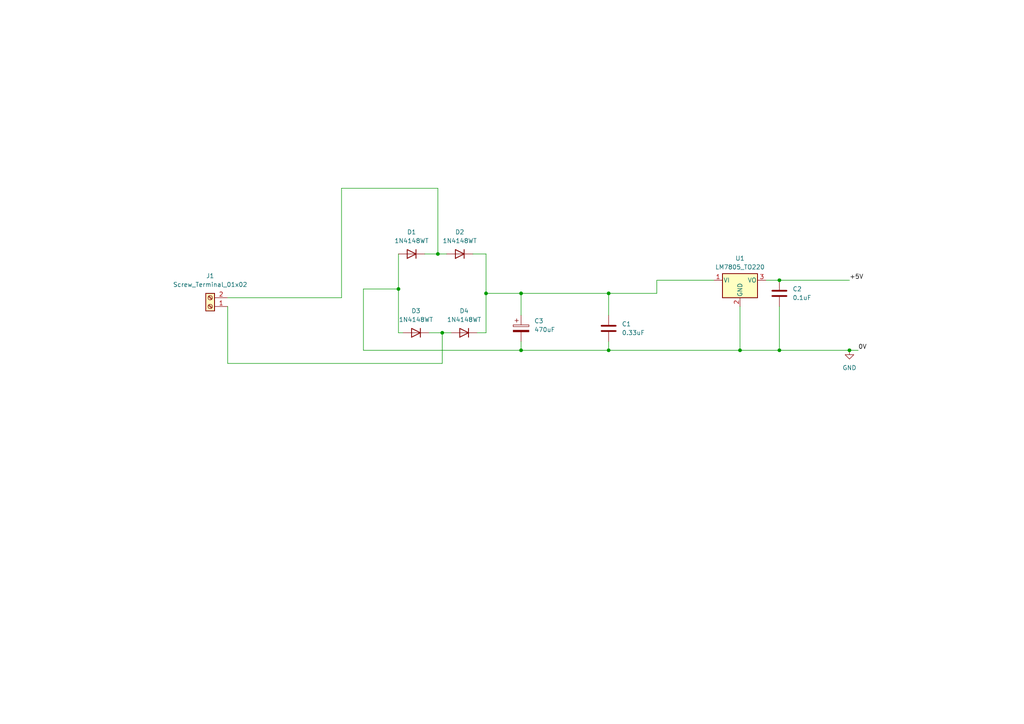
<source format=kicad_sch>
(kicad_sch
	(version 20250114)
	(generator "eeschema")
	(generator_version "9.0")
	(uuid "d2583d54-d566-483d-b76b-e68dc4f204ba")
	(paper "A4")
	(lib_symbols
		(symbol "Connector:Screw_Terminal_01x02"
			(pin_names
				(offset 1.016)
				(hide yes)
			)
			(exclude_from_sim no)
			(in_bom yes)
			(on_board yes)
			(property "Reference" "J"
				(at 0 2.54 0)
				(effects
					(font
						(size 1.27 1.27)
					)
				)
			)
			(property "Value" "Screw_Terminal_01x02"
				(at 0 -5.08 0)
				(effects
					(font
						(size 1.27 1.27)
					)
				)
			)
			(property "Footprint" ""
				(at 0 0 0)
				(effects
					(font
						(size 1.27 1.27)
					)
					(hide yes)
				)
			)
			(property "Datasheet" "~"
				(at 0 0 0)
				(effects
					(font
						(size 1.27 1.27)
					)
					(hide yes)
				)
			)
			(property "Description" "Generic screw terminal, single row, 01x02, script generated (kicad-library-utils/schlib/autogen/connector/)"
				(at 0 0 0)
				(effects
					(font
						(size 1.27 1.27)
					)
					(hide yes)
				)
			)
			(property "ki_keywords" "screw terminal"
				(at 0 0 0)
				(effects
					(font
						(size 1.27 1.27)
					)
					(hide yes)
				)
			)
			(property "ki_fp_filters" "TerminalBlock*:*"
				(at 0 0 0)
				(effects
					(font
						(size 1.27 1.27)
					)
					(hide yes)
				)
			)
			(symbol "Screw_Terminal_01x02_1_1"
				(rectangle
					(start -1.27 1.27)
					(end 1.27 -3.81)
					(stroke
						(width 0.254)
						(type default)
					)
					(fill
						(type background)
					)
				)
				(polyline
					(pts
						(xy -0.5334 0.3302) (xy 0.3302 -0.508)
					)
					(stroke
						(width 0.1524)
						(type default)
					)
					(fill
						(type none)
					)
				)
				(polyline
					(pts
						(xy -0.5334 -2.2098) (xy 0.3302 -3.048)
					)
					(stroke
						(width 0.1524)
						(type default)
					)
					(fill
						(type none)
					)
				)
				(polyline
					(pts
						(xy -0.3556 0.508) (xy 0.508 -0.3302)
					)
					(stroke
						(width 0.1524)
						(type default)
					)
					(fill
						(type none)
					)
				)
				(polyline
					(pts
						(xy -0.3556 -2.032) (xy 0.508 -2.8702)
					)
					(stroke
						(width 0.1524)
						(type default)
					)
					(fill
						(type none)
					)
				)
				(circle
					(center 0 0)
					(radius 0.635)
					(stroke
						(width 0.1524)
						(type default)
					)
					(fill
						(type none)
					)
				)
				(circle
					(center 0 -2.54)
					(radius 0.635)
					(stroke
						(width 0.1524)
						(type default)
					)
					(fill
						(type none)
					)
				)
				(pin passive line
					(at -5.08 0 0)
					(length 3.81)
					(name "Pin_1"
						(effects
							(font
								(size 1.27 1.27)
							)
						)
					)
					(number "1"
						(effects
							(font
								(size 1.27 1.27)
							)
						)
					)
				)
				(pin passive line
					(at -5.08 -2.54 0)
					(length 3.81)
					(name "Pin_2"
						(effects
							(font
								(size 1.27 1.27)
							)
						)
					)
					(number "2"
						(effects
							(font
								(size 1.27 1.27)
							)
						)
					)
				)
			)
			(embedded_fonts no)
		)
		(symbol "Device:C"
			(pin_numbers
				(hide yes)
			)
			(pin_names
				(offset 0.254)
			)
			(exclude_from_sim no)
			(in_bom yes)
			(on_board yes)
			(property "Reference" "C"
				(at 0.635 2.54 0)
				(effects
					(font
						(size 1.27 1.27)
					)
					(justify left)
				)
			)
			(property "Value" "C"
				(at 0.635 -2.54 0)
				(effects
					(font
						(size 1.27 1.27)
					)
					(justify left)
				)
			)
			(property "Footprint" ""
				(at 0.9652 -3.81 0)
				(effects
					(font
						(size 1.27 1.27)
					)
					(hide yes)
				)
			)
			(property "Datasheet" "~"
				(at 0 0 0)
				(effects
					(font
						(size 1.27 1.27)
					)
					(hide yes)
				)
			)
			(property "Description" "Unpolarized capacitor"
				(at 0 0 0)
				(effects
					(font
						(size 1.27 1.27)
					)
					(hide yes)
				)
			)
			(property "ki_keywords" "cap capacitor"
				(at 0 0 0)
				(effects
					(font
						(size 1.27 1.27)
					)
					(hide yes)
				)
			)
			(property "ki_fp_filters" "C_*"
				(at 0 0 0)
				(effects
					(font
						(size 1.27 1.27)
					)
					(hide yes)
				)
			)
			(symbol "C_0_1"
				(polyline
					(pts
						(xy -2.032 0.762) (xy 2.032 0.762)
					)
					(stroke
						(width 0.508)
						(type default)
					)
					(fill
						(type none)
					)
				)
				(polyline
					(pts
						(xy -2.032 -0.762) (xy 2.032 -0.762)
					)
					(stroke
						(width 0.508)
						(type default)
					)
					(fill
						(type none)
					)
				)
			)
			(symbol "C_1_1"
				(pin passive line
					(at 0 3.81 270)
					(length 2.794)
					(name "~"
						(effects
							(font
								(size 1.27 1.27)
							)
						)
					)
					(number "1"
						(effects
							(font
								(size 1.27 1.27)
							)
						)
					)
				)
				(pin passive line
					(at 0 -3.81 90)
					(length 2.794)
					(name "~"
						(effects
							(font
								(size 1.27 1.27)
							)
						)
					)
					(number "2"
						(effects
							(font
								(size 1.27 1.27)
							)
						)
					)
				)
			)
			(embedded_fonts no)
		)
		(symbol "Device:C_Polarized"
			(pin_numbers
				(hide yes)
			)
			(pin_names
				(offset 0.254)
			)
			(exclude_from_sim no)
			(in_bom yes)
			(on_board yes)
			(property "Reference" "C"
				(at 0.635 2.54 0)
				(effects
					(font
						(size 1.27 1.27)
					)
					(justify left)
				)
			)
			(property "Value" "C_Polarized"
				(at 0.635 -2.54 0)
				(effects
					(font
						(size 1.27 1.27)
					)
					(justify left)
				)
			)
			(property "Footprint" ""
				(at 0.9652 -3.81 0)
				(effects
					(font
						(size 1.27 1.27)
					)
					(hide yes)
				)
			)
			(property "Datasheet" "~"
				(at 0 0 0)
				(effects
					(font
						(size 1.27 1.27)
					)
					(hide yes)
				)
			)
			(property "Description" "Polarized capacitor"
				(at 0 0 0)
				(effects
					(font
						(size 1.27 1.27)
					)
					(hide yes)
				)
			)
			(property "ki_keywords" "cap capacitor"
				(at 0 0 0)
				(effects
					(font
						(size 1.27 1.27)
					)
					(hide yes)
				)
			)
			(property "ki_fp_filters" "CP_*"
				(at 0 0 0)
				(effects
					(font
						(size 1.27 1.27)
					)
					(hide yes)
				)
			)
			(symbol "C_Polarized_0_1"
				(rectangle
					(start -2.286 0.508)
					(end 2.286 1.016)
					(stroke
						(width 0)
						(type default)
					)
					(fill
						(type none)
					)
				)
				(polyline
					(pts
						(xy -1.778 2.286) (xy -0.762 2.286)
					)
					(stroke
						(width 0)
						(type default)
					)
					(fill
						(type none)
					)
				)
				(polyline
					(pts
						(xy -1.27 2.794) (xy -1.27 1.778)
					)
					(stroke
						(width 0)
						(type default)
					)
					(fill
						(type none)
					)
				)
				(rectangle
					(start 2.286 -0.508)
					(end -2.286 -1.016)
					(stroke
						(width 0)
						(type default)
					)
					(fill
						(type outline)
					)
				)
			)
			(symbol "C_Polarized_1_1"
				(pin passive line
					(at 0 3.81 270)
					(length 2.794)
					(name "~"
						(effects
							(font
								(size 1.27 1.27)
							)
						)
					)
					(number "1"
						(effects
							(font
								(size 1.27 1.27)
							)
						)
					)
				)
				(pin passive line
					(at 0 -3.81 90)
					(length 2.794)
					(name "~"
						(effects
							(font
								(size 1.27 1.27)
							)
						)
					)
					(number "2"
						(effects
							(font
								(size 1.27 1.27)
							)
						)
					)
				)
			)
			(embedded_fonts no)
		)
		(symbol "Diode:1N4148WT"
			(pin_numbers
				(hide yes)
			)
			(pin_names
				(hide yes)
			)
			(exclude_from_sim no)
			(in_bom yes)
			(on_board yes)
			(property "Reference" "D"
				(at 0 2.54 0)
				(effects
					(font
						(size 1.27 1.27)
					)
				)
			)
			(property "Value" "1N4148WT"
				(at 0 -2.54 0)
				(effects
					(font
						(size 1.27 1.27)
					)
				)
			)
			(property "Footprint" "Diode_SMD:D_SOD-523"
				(at 0 -4.445 0)
				(effects
					(font
						(size 1.27 1.27)
					)
					(hide yes)
				)
			)
			(property "Datasheet" "https://www.diodes.com/assets/Datasheets/ds30396.pdf"
				(at 0 0 0)
				(effects
					(font
						(size 1.27 1.27)
					)
					(hide yes)
				)
			)
			(property "Description" "75V 0.15A Fast switching Diode, SOD-523"
				(at 0 0 0)
				(effects
					(font
						(size 1.27 1.27)
					)
					(hide yes)
				)
			)
			(property "Sim.Device" "D"
				(at 0 0 0)
				(effects
					(font
						(size 1.27 1.27)
					)
					(hide yes)
				)
			)
			(property "Sim.Pins" "1=K 2=A"
				(at 0 0 0)
				(effects
					(font
						(size 1.27 1.27)
					)
					(hide yes)
				)
			)
			(property "ki_keywords" "diode"
				(at 0 0 0)
				(effects
					(font
						(size 1.27 1.27)
					)
					(hide yes)
				)
			)
			(property "ki_fp_filters" "D*SOD?523*"
				(at 0 0 0)
				(effects
					(font
						(size 1.27 1.27)
					)
					(hide yes)
				)
			)
			(symbol "1N4148WT_0_1"
				(polyline
					(pts
						(xy -1.27 1.27) (xy -1.27 -1.27)
					)
					(stroke
						(width 0.254)
						(type default)
					)
					(fill
						(type none)
					)
				)
				(polyline
					(pts
						(xy 1.27 1.27) (xy 1.27 -1.27) (xy -1.27 0) (xy 1.27 1.27)
					)
					(stroke
						(width 0.254)
						(type default)
					)
					(fill
						(type none)
					)
				)
				(polyline
					(pts
						(xy 1.27 0) (xy -1.27 0)
					)
					(stroke
						(width 0)
						(type default)
					)
					(fill
						(type none)
					)
				)
			)
			(symbol "1N4148WT_1_1"
				(pin passive line
					(at -3.81 0 0)
					(length 2.54)
					(name "K"
						(effects
							(font
								(size 1.27 1.27)
							)
						)
					)
					(number "1"
						(effects
							(font
								(size 1.27 1.27)
							)
						)
					)
				)
				(pin passive line
					(at 3.81 0 180)
					(length 2.54)
					(name "A"
						(effects
							(font
								(size 1.27 1.27)
							)
						)
					)
					(number "2"
						(effects
							(font
								(size 1.27 1.27)
							)
						)
					)
				)
			)
			(embedded_fonts no)
		)
		(symbol "Regulator_Linear:LM7805_TO220"
			(pin_names
				(offset 0.254)
			)
			(exclude_from_sim no)
			(in_bom yes)
			(on_board yes)
			(property "Reference" "U"
				(at -3.81 3.175 0)
				(effects
					(font
						(size 1.27 1.27)
					)
				)
			)
			(property "Value" "LM7805_TO220"
				(at 0 3.175 0)
				(effects
					(font
						(size 1.27 1.27)
					)
					(justify left)
				)
			)
			(property "Footprint" "Package_TO_SOT_THT:TO-220-3_Vertical"
				(at 0 5.715 0)
				(effects
					(font
						(size 1.27 1.27)
						(italic yes)
					)
					(hide yes)
				)
			)
			(property "Datasheet" "https://www.onsemi.cn/PowerSolutions/document/MC7800-D.PDF"
				(at 0 -1.27 0)
				(effects
					(font
						(size 1.27 1.27)
					)
					(hide yes)
				)
			)
			(property "Description" "Positive 1A 35V Linear Regulator, Fixed Output 5V, TO-220"
				(at 0 0 0)
				(effects
					(font
						(size 1.27 1.27)
					)
					(hide yes)
				)
			)
			(property "ki_keywords" "Voltage Regulator 1A Positive"
				(at 0 0 0)
				(effects
					(font
						(size 1.27 1.27)
					)
					(hide yes)
				)
			)
			(property "ki_fp_filters" "TO?220*"
				(at 0 0 0)
				(effects
					(font
						(size 1.27 1.27)
					)
					(hide yes)
				)
			)
			(symbol "LM7805_TO220_0_1"
				(rectangle
					(start -5.08 1.905)
					(end 5.08 -5.08)
					(stroke
						(width 0.254)
						(type default)
					)
					(fill
						(type background)
					)
				)
			)
			(symbol "LM7805_TO220_1_1"
				(pin power_in line
					(at -7.62 0 0)
					(length 2.54)
					(name "VI"
						(effects
							(font
								(size 1.27 1.27)
							)
						)
					)
					(number "1"
						(effects
							(font
								(size 1.27 1.27)
							)
						)
					)
				)
				(pin power_in line
					(at 0 -7.62 90)
					(length 2.54)
					(name "GND"
						(effects
							(font
								(size 1.27 1.27)
							)
						)
					)
					(number "2"
						(effects
							(font
								(size 1.27 1.27)
							)
						)
					)
				)
				(pin power_out line
					(at 7.62 0 180)
					(length 2.54)
					(name "VO"
						(effects
							(font
								(size 1.27 1.27)
							)
						)
					)
					(number "3"
						(effects
							(font
								(size 1.27 1.27)
							)
						)
					)
				)
			)
			(embedded_fonts no)
		)
		(symbol "power:GND"
			(power)
			(pin_numbers
				(hide yes)
			)
			(pin_names
				(offset 0)
				(hide yes)
			)
			(exclude_from_sim no)
			(in_bom yes)
			(on_board yes)
			(property "Reference" "#PWR"
				(at 0 -6.35 0)
				(effects
					(font
						(size 1.27 1.27)
					)
					(hide yes)
				)
			)
			(property "Value" "GND"
				(at 0 -3.81 0)
				(effects
					(font
						(size 1.27 1.27)
					)
				)
			)
			(property "Footprint" ""
				(at 0 0 0)
				(effects
					(font
						(size 1.27 1.27)
					)
					(hide yes)
				)
			)
			(property "Datasheet" ""
				(at 0 0 0)
				(effects
					(font
						(size 1.27 1.27)
					)
					(hide yes)
				)
			)
			(property "Description" "Power symbol creates a global label with name \"GND\" , ground"
				(at 0 0 0)
				(effects
					(font
						(size 1.27 1.27)
					)
					(hide yes)
				)
			)
			(property "ki_keywords" "global power"
				(at 0 0 0)
				(effects
					(font
						(size 1.27 1.27)
					)
					(hide yes)
				)
			)
			(symbol "GND_0_1"
				(polyline
					(pts
						(xy 0 0) (xy 0 -1.27) (xy 1.27 -1.27) (xy 0 -2.54) (xy -1.27 -1.27) (xy 0 -1.27)
					)
					(stroke
						(width 0)
						(type default)
					)
					(fill
						(type none)
					)
				)
			)
			(symbol "GND_1_1"
				(pin power_in line
					(at 0 0 270)
					(length 0)
					(name "~"
						(effects
							(font
								(size 1.27 1.27)
							)
						)
					)
					(number "1"
						(effects
							(font
								(size 1.27 1.27)
							)
						)
					)
				)
			)
			(embedded_fonts no)
		)
	)
	(junction
		(at 176.53 85.09)
		(diameter 0)
		(color 0 0 0 0)
		(uuid "04075a37-9df8-4ee9-bf40-cf2cfb3cabbe")
	)
	(junction
		(at 140.97 85.09)
		(diameter 0)
		(color 0 0 0 0)
		(uuid "1cf6b069-873c-4647-9964-e1ec548fdded")
	)
	(junction
		(at 214.63 101.6)
		(diameter 0)
		(color 0 0 0 0)
		(uuid "28a2c555-5bf4-4ac1-9172-1c6924acf82a")
	)
	(junction
		(at 246.38 101.6)
		(diameter 0)
		(color 0 0 0 0)
		(uuid "65697966-9d9d-4ce3-9053-0697cfe7e6bb")
	)
	(junction
		(at 226.06 81.28)
		(diameter 0)
		(color 0 0 0 0)
		(uuid "6bcb8ec9-c419-4c93-8f86-2feb297cee91")
	)
	(junction
		(at 127 73.66)
		(diameter 0)
		(color 0 0 0 0)
		(uuid "80d55d0a-2cc9-48e3-88fa-8c3c4d946895")
	)
	(junction
		(at 151.13 85.09)
		(diameter 0)
		(color 0 0 0 0)
		(uuid "9374ca8f-781a-4450-871f-b3d17def05f1")
	)
	(junction
		(at 128.27 96.52)
		(diameter 0)
		(color 0 0 0 0)
		(uuid "a0f8bd4e-d707-4233-bd79-04d8fa1e6197")
	)
	(junction
		(at 115.57 83.82)
		(diameter 0)
		(color 0 0 0 0)
		(uuid "a87a5ff7-56b0-4848-a75f-adb4139a9158")
	)
	(junction
		(at 226.06 101.6)
		(diameter 0)
		(color 0 0 0 0)
		(uuid "b4333bbc-6aa3-4ad3-9703-955bb33be101")
	)
	(junction
		(at 176.53 101.6)
		(diameter 0)
		(color 0 0 0 0)
		(uuid "de4fcc3d-d787-4e4d-bee1-f992ec8beffd")
	)
	(junction
		(at 151.13 101.6)
		(diameter 0)
		(color 0 0 0 0)
		(uuid "e094eaa4-6c8a-4d96-8290-bc645bfd0135")
	)
	(wire
		(pts
			(xy 246.38 101.6) (xy 248.92 101.6)
		)
		(stroke
			(width 0)
			(type default)
		)
		(uuid "000cb30d-92a3-48d6-9ecc-bd29f2317cd7")
	)
	(wire
		(pts
			(xy 140.97 85.09) (xy 151.13 85.09)
		)
		(stroke
			(width 0)
			(type default)
		)
		(uuid "32280617-c397-4ffd-a8a9-230ae1396d76")
	)
	(wire
		(pts
			(xy 123.19 73.66) (xy 127 73.66)
		)
		(stroke
			(width 0)
			(type default)
		)
		(uuid "39942ed4-d612-446a-acc4-0c9cc8985b16")
	)
	(wire
		(pts
			(xy 66.04 88.9) (xy 66.04 105.41)
		)
		(stroke
			(width 0)
			(type default)
		)
		(uuid "3a3f17c4-f0b2-4031-a518-e7b296c5a33a")
	)
	(wire
		(pts
			(xy 190.5 85.09) (xy 190.5 81.28)
		)
		(stroke
			(width 0)
			(type default)
		)
		(uuid "3c26e628-b3b2-427a-885e-292948aa8c17")
	)
	(wire
		(pts
			(xy 66.04 86.36) (xy 99.06 86.36)
		)
		(stroke
			(width 0)
			(type default)
		)
		(uuid "3dfd93b7-b4b4-4cb9-8a99-686ba5bfc1cf")
	)
	(wire
		(pts
			(xy 105.41 83.82) (xy 105.41 101.6)
		)
		(stroke
			(width 0)
			(type default)
		)
		(uuid "4d5bf1fe-ff31-4ad7-bcfb-b51d2a2414e6")
	)
	(wire
		(pts
			(xy 151.13 85.09) (xy 176.53 85.09)
		)
		(stroke
			(width 0)
			(type default)
		)
		(uuid "4d8086e7-aa0b-4fcf-a860-8ce4041fe1f8")
	)
	(wire
		(pts
			(xy 115.57 73.66) (xy 115.57 83.82)
		)
		(stroke
			(width 0)
			(type default)
		)
		(uuid "5318a9df-1b50-4368-88a9-9734ed2803fe")
	)
	(wire
		(pts
			(xy 226.06 88.9) (xy 226.06 101.6)
		)
		(stroke
			(width 0)
			(type default)
		)
		(uuid "563dc32d-3609-4b66-9585-f3c00378ea0f")
	)
	(wire
		(pts
			(xy 124.46 96.52) (xy 128.27 96.52)
		)
		(stroke
			(width 0)
			(type default)
		)
		(uuid "595518a2-5bbe-4c50-9ec6-a2998481ffb2")
	)
	(wire
		(pts
			(xy 140.97 85.09) (xy 140.97 73.66)
		)
		(stroke
			(width 0)
			(type default)
		)
		(uuid "60e58534-a5e3-4f74-ae9f-a2c49700c98e")
	)
	(wire
		(pts
			(xy 127 73.66) (xy 129.54 73.66)
		)
		(stroke
			(width 0)
			(type default)
		)
		(uuid "6199cd5f-0a86-4e95-ae56-d6ef1c11ef54")
	)
	(wire
		(pts
			(xy 66.04 105.41) (xy 128.27 105.41)
		)
		(stroke
			(width 0)
			(type default)
		)
		(uuid "61c1b9a5-fe58-4783-bc16-9c8fc86a4d54")
	)
	(wire
		(pts
			(xy 140.97 96.52) (xy 140.97 85.09)
		)
		(stroke
			(width 0)
			(type default)
		)
		(uuid "66bb5bb4-5c23-4f9d-bff4-81760492a620")
	)
	(wire
		(pts
			(xy 176.53 85.09) (xy 190.5 85.09)
		)
		(stroke
			(width 0)
			(type default)
		)
		(uuid "6c45bac9-61ae-44a1-a760-b9923055f929")
	)
	(wire
		(pts
			(xy 176.53 85.09) (xy 176.53 91.44)
		)
		(stroke
			(width 0)
			(type default)
		)
		(uuid "6d1795de-fcdb-43be-aa89-6c732283cf0d")
	)
	(wire
		(pts
			(xy 128.27 96.52) (xy 130.81 96.52)
		)
		(stroke
			(width 0)
			(type default)
		)
		(uuid "70492af8-ad1c-4442-a8de-bea6e639e03e")
	)
	(wire
		(pts
			(xy 151.13 101.6) (xy 176.53 101.6)
		)
		(stroke
			(width 0)
			(type default)
		)
		(uuid "7e69998c-9437-43d6-b04f-cc833ee81b9b")
	)
	(wire
		(pts
			(xy 128.27 96.52) (xy 128.27 105.41)
		)
		(stroke
			(width 0)
			(type default)
		)
		(uuid "7f94abfd-af56-470d-9a60-ad3c51f45a2f")
	)
	(wire
		(pts
			(xy 115.57 96.52) (xy 116.84 96.52)
		)
		(stroke
			(width 0)
			(type default)
		)
		(uuid "81e1bc8c-f7c8-437b-ab3f-78e2d392edcf")
	)
	(wire
		(pts
			(xy 222.25 81.28) (xy 226.06 81.28)
		)
		(stroke
			(width 0)
			(type default)
		)
		(uuid "84f90c50-6a36-4ed7-9eae-3dadcbb11104")
	)
	(wire
		(pts
			(xy 176.53 101.6) (xy 214.63 101.6)
		)
		(stroke
			(width 0)
			(type default)
		)
		(uuid "85fb5317-abef-40b7-ac6c-cbe45452871e")
	)
	(wire
		(pts
			(xy 115.57 83.82) (xy 105.41 83.82)
		)
		(stroke
			(width 0)
			(type default)
		)
		(uuid "87a6fe83-b1de-4715-a8d3-b66993a72798")
	)
	(wire
		(pts
			(xy 115.57 83.82) (xy 115.57 96.52)
		)
		(stroke
			(width 0)
			(type default)
		)
		(uuid "939951a4-ba52-4aa5-98e4-b9bc2e92b62b")
	)
	(wire
		(pts
			(xy 127 73.66) (xy 127 54.61)
		)
		(stroke
			(width 0)
			(type default)
		)
		(uuid "98e302be-1862-40d0-9c99-5789b5b64171")
	)
	(wire
		(pts
			(xy 140.97 73.66) (xy 137.16 73.66)
		)
		(stroke
			(width 0)
			(type default)
		)
		(uuid "a0f19db3-aacd-4460-ac67-7f6a30a6ae5b")
	)
	(wire
		(pts
			(xy 226.06 81.28) (xy 246.38 81.28)
		)
		(stroke
			(width 0)
			(type default)
		)
		(uuid "a1651fe7-073a-4c78-9a09-9943d93c3f1c")
	)
	(wire
		(pts
			(xy 214.63 88.9) (xy 214.63 101.6)
		)
		(stroke
			(width 0)
			(type default)
		)
		(uuid "a95f5e0e-00bf-4488-8e4b-76811000ce6c")
	)
	(wire
		(pts
			(xy 105.41 101.6) (xy 151.13 101.6)
		)
		(stroke
			(width 0)
			(type default)
		)
		(uuid "bda58608-1a1e-4b67-aa81-616ba454ce0e")
	)
	(wire
		(pts
			(xy 138.43 96.52) (xy 140.97 96.52)
		)
		(stroke
			(width 0)
			(type default)
		)
		(uuid "c1284afb-382d-40fc-a9bb-e6f853f60968")
	)
	(wire
		(pts
			(xy 226.06 101.6) (xy 246.38 101.6)
		)
		(stroke
			(width 0)
			(type default)
		)
		(uuid "c6e0a28e-ad86-4aeb-b6f1-7fec9311fff5")
	)
	(wire
		(pts
			(xy 99.06 86.36) (xy 99.06 54.61)
		)
		(stroke
			(width 0)
			(type default)
		)
		(uuid "c8d7c7b3-6ba1-4944-8e2d-727dfe23b3fa")
	)
	(wire
		(pts
			(xy 151.13 85.09) (xy 151.13 91.44)
		)
		(stroke
			(width 0)
			(type default)
		)
		(uuid "cd3a4dcd-b1e4-4d59-871a-724f8acb1058")
	)
	(wire
		(pts
			(xy 214.63 101.6) (xy 226.06 101.6)
		)
		(stroke
			(width 0)
			(type default)
		)
		(uuid "decf1a95-ef31-4a55-8364-336d44535048")
	)
	(wire
		(pts
			(xy 99.06 54.61) (xy 127 54.61)
		)
		(stroke
			(width 0)
			(type default)
		)
		(uuid "e66e80db-1157-45bb-9948-8da7ad56736e")
	)
	(wire
		(pts
			(xy 176.53 99.06) (xy 176.53 101.6)
		)
		(stroke
			(width 0)
			(type default)
		)
		(uuid "e90ae6dc-56d0-459f-9ddd-8ef291cd9355")
	)
	(wire
		(pts
			(xy 190.5 81.28) (xy 207.01 81.28)
		)
		(stroke
			(width 0)
			(type default)
		)
		(uuid "f0ea14ca-f121-48e6-8da7-8703b9c60635")
	)
	(wire
		(pts
			(xy 151.13 99.06) (xy 151.13 101.6)
		)
		(stroke
			(width 0)
			(type default)
		)
		(uuid "fef69f8d-bbae-448c-8445-b07c7d41fb2c")
	)
	(label "0V"
		(at 248.92 101.6 0)
		(effects
			(font
				(size 1.27 1.27)
			)
			(justify left bottom)
		)
		(uuid "7e0abf90-46c9-4c08-9be0-66ddd3c160b5")
	)
	(label "+5V"
		(at 246.38 81.28 0)
		(effects
			(font
				(size 1.27 1.27)
			)
			(justify left bottom)
		)
		(uuid "907608b2-273d-4ebc-985c-8d100465b9ea")
	)
	(symbol
		(lib_id "Diode:1N4148WT")
		(at 133.35 73.66 180)
		(unit 1)
		(exclude_from_sim no)
		(in_bom yes)
		(on_board yes)
		(dnp no)
		(fields_autoplaced yes)
		(uuid "0c331ce4-d575-4e46-982d-e5faf5b12102")
		(property "Reference" "D2"
			(at 133.35 67.31 0)
			(effects
				(font
					(size 1.27 1.27)
				)
			)
		)
		(property "Value" "1N4148WT"
			(at 133.35 69.85 0)
			(effects
				(font
					(size 1.27 1.27)
				)
			)
		)
		(property "Footprint" "Diode_SMD:D_SOD-523"
			(at 133.35 69.215 0)
			(effects
				(font
					(size 1.27 1.27)
				)
				(hide yes)
			)
		)
		(property "Datasheet" "https://www.diodes.com/assets/Datasheets/ds30396.pdf"
			(at 133.35 73.66 0)
			(effects
				(font
					(size 1.27 1.27)
				)
				(hide yes)
			)
		)
		(property "Description" "75V 0.15A Fast switching Diode, SOD-523"
			(at 133.35 73.66 0)
			(effects
				(font
					(size 1.27 1.27)
				)
				(hide yes)
			)
		)
		(property "Sim.Device" "D"
			(at 133.35 73.66 0)
			(effects
				(font
					(size 1.27 1.27)
				)
				(hide yes)
			)
		)
		(property "Sim.Pins" "1=K 2=A"
			(at 133.35 73.66 0)
			(effects
				(font
					(size 1.27 1.27)
				)
				(hide yes)
			)
		)
		(pin "2"
			(uuid "867da81f-ae7d-4e17-a8da-d1ffddeefb6a")
		)
		(pin "1"
			(uuid "2c358309-3847-4850-b899-414bb0622256")
		)
		(instances
			(project ""
				(path "/d2583d54-d566-483d-b76b-e68dc4f204ba"
					(reference "D2")
					(unit 1)
				)
			)
		)
	)
	(symbol
		(lib_id "Device:C_Polarized")
		(at 151.13 95.25 0)
		(unit 1)
		(exclude_from_sim no)
		(in_bom yes)
		(on_board yes)
		(dnp no)
		(fields_autoplaced yes)
		(uuid "514bd3df-8da7-4ae2-9963-bb59c4e8e5fc")
		(property "Reference" "C3"
			(at 154.94 93.0909 0)
			(effects
				(font
					(size 1.27 1.27)
				)
				(justify left)
			)
		)
		(property "Value" "470uF"
			(at 154.94 95.6309 0)
			(effects
				(font
					(size 1.27 1.27)
				)
				(justify left)
			)
		)
		(property "Footprint" ""
			(at 152.0952 99.06 0)
			(effects
				(font
					(size 1.27 1.27)
				)
				(hide yes)
			)
		)
		(property "Datasheet" "~"
			(at 151.13 95.25 0)
			(effects
				(font
					(size 1.27 1.27)
				)
				(hide yes)
			)
		)
		(property "Description" "Polarized capacitor"
			(at 151.13 95.25 0)
			(effects
				(font
					(size 1.27 1.27)
				)
				(hide yes)
			)
		)
		(pin "2"
			(uuid "84415f42-92ff-4db7-bdc1-9a10e5cad68a")
		)
		(pin "1"
			(uuid "c692c3d4-2e84-43b4-93f0-5ee9965fd9a6")
		)
		(instances
			(project ""
				(path "/d2583d54-d566-483d-b76b-e68dc4f204ba"
					(reference "C3")
					(unit 1)
				)
			)
		)
	)
	(symbol
		(lib_id "Device:C")
		(at 176.53 95.25 0)
		(unit 1)
		(exclude_from_sim no)
		(in_bom yes)
		(on_board yes)
		(dnp no)
		(fields_autoplaced yes)
		(uuid "62d21a19-b1e8-4ff6-9ed5-6303522e8bf6")
		(property "Reference" "C1"
			(at 180.34 93.9799 0)
			(effects
				(font
					(size 1.27 1.27)
				)
				(justify left)
			)
		)
		(property "Value" "0.33uF"
			(at 180.34 96.5199 0)
			(effects
				(font
					(size 1.27 1.27)
				)
				(justify left)
			)
		)
		(property "Footprint" ""
			(at 177.4952 99.06 0)
			(effects
				(font
					(size 1.27 1.27)
				)
				(hide yes)
			)
		)
		(property "Datasheet" "~"
			(at 176.53 95.25 0)
			(effects
				(font
					(size 1.27 1.27)
				)
				(hide yes)
			)
		)
		(property "Description" "Unpolarized capacitor"
			(at 176.53 95.25 0)
			(effects
				(font
					(size 1.27 1.27)
				)
				(hide yes)
			)
		)
		(pin "1"
			(uuid "ce937bf7-c57c-4857-abb3-7a16388dbb82")
		)
		(pin "2"
			(uuid "59f7f824-4412-43b1-bdef-16f1a9dc5995")
		)
		(instances
			(project ""
				(path "/d2583d54-d566-483d-b76b-e68dc4f204ba"
					(reference "C1")
					(unit 1)
				)
			)
		)
	)
	(symbol
		(lib_id "Diode:1N4148WT")
		(at 134.62 96.52 180)
		(unit 1)
		(exclude_from_sim no)
		(in_bom yes)
		(on_board yes)
		(dnp no)
		(fields_autoplaced yes)
		(uuid "64d79868-1658-4577-9c7f-89df08913a4d")
		(property "Reference" "D4"
			(at 134.62 90.17 0)
			(effects
				(font
					(size 1.27 1.27)
				)
			)
		)
		(property "Value" "1N4148WT"
			(at 134.62 92.71 0)
			(effects
				(font
					(size 1.27 1.27)
				)
			)
		)
		(property "Footprint" "Diode_SMD:D_SOD-523"
			(at 134.62 92.075 0)
			(effects
				(font
					(size 1.27 1.27)
				)
				(hide yes)
			)
		)
		(property "Datasheet" "https://www.diodes.com/assets/Datasheets/ds30396.pdf"
			(at 134.62 96.52 0)
			(effects
				(font
					(size 1.27 1.27)
				)
				(hide yes)
			)
		)
		(property "Description" "75V 0.15A Fast switching Diode, SOD-523"
			(at 134.62 96.52 0)
			(effects
				(font
					(size 1.27 1.27)
				)
				(hide yes)
			)
		)
		(property "Sim.Device" "D"
			(at 134.62 96.52 0)
			(effects
				(font
					(size 1.27 1.27)
				)
				(hide yes)
			)
		)
		(property "Sim.Pins" "1=K 2=A"
			(at 134.62 96.52 0)
			(effects
				(font
					(size 1.27 1.27)
				)
				(hide yes)
			)
		)
		(pin "2"
			(uuid "46623a58-1996-4179-a654-62666038226b")
		)
		(pin "1"
			(uuid "9686ab23-272a-451d-90f4-989a0472af6b")
		)
		(instances
			(project ""
				(path "/d2583d54-d566-483d-b76b-e68dc4f204ba"
					(reference "D4")
					(unit 1)
				)
			)
		)
	)
	(symbol
		(lib_id "power:GND")
		(at 246.38 101.6 0)
		(unit 1)
		(exclude_from_sim no)
		(in_bom yes)
		(on_board yes)
		(dnp no)
		(fields_autoplaced yes)
		(uuid "703f49f1-4200-4b12-8285-3cd5b91437eb")
		(property "Reference" "#PWR01"
			(at 246.38 107.95 0)
			(effects
				(font
					(size 1.27 1.27)
				)
				(hide yes)
			)
		)
		(property "Value" "GND"
			(at 246.38 106.68 0)
			(effects
				(font
					(size 1.27 1.27)
				)
			)
		)
		(property "Footprint" ""
			(at 246.38 101.6 0)
			(effects
				(font
					(size 1.27 1.27)
				)
				(hide yes)
			)
		)
		(property "Datasheet" ""
			(at 246.38 101.6 0)
			(effects
				(font
					(size 1.27 1.27)
				)
				(hide yes)
			)
		)
		(property "Description" "Power symbol creates a global label with name \"GND\" , ground"
			(at 246.38 101.6 0)
			(effects
				(font
					(size 1.27 1.27)
				)
				(hide yes)
			)
		)
		(pin "1"
			(uuid "187fc4ac-f7f9-489e-8abd-f2e82df2876c")
		)
		(instances
			(project ""
				(path "/d2583d54-d566-483d-b76b-e68dc4f204ba"
					(reference "#PWR01")
					(unit 1)
				)
			)
		)
	)
	(symbol
		(lib_id "Regulator_Linear:LM7805_TO220")
		(at 214.63 81.28 0)
		(unit 1)
		(exclude_from_sim no)
		(in_bom yes)
		(on_board yes)
		(dnp no)
		(fields_autoplaced yes)
		(uuid "77f3bae2-21be-47d3-94d6-7bbc10de1ec9")
		(property "Reference" "U1"
			(at 214.63 74.93 0)
			(effects
				(font
					(size 1.27 1.27)
				)
			)
		)
		(property "Value" "LM7805_TO220"
			(at 214.63 77.47 0)
			(effects
				(font
					(size 1.27 1.27)
				)
			)
		)
		(property "Footprint" "Package_TO_SOT_THT:TO-220-3_Vertical"
			(at 214.63 75.565 0)
			(effects
				(font
					(size 1.27 1.27)
					(italic yes)
				)
				(hide yes)
			)
		)
		(property "Datasheet" "https://www.onsemi.cn/PowerSolutions/document/MC7800-D.PDF"
			(at 214.63 82.55 0)
			(effects
				(font
					(size 1.27 1.27)
				)
				(hide yes)
			)
		)
		(property "Description" "Positive 1A 35V Linear Regulator, Fixed Output 5V, TO-220"
			(at 214.63 81.28 0)
			(effects
				(font
					(size 1.27 1.27)
				)
				(hide yes)
			)
		)
		(pin "3"
			(uuid "0396c9a4-2f90-4764-9970-6b6b6f166131")
		)
		(pin "1"
			(uuid "982706f1-7e46-40ec-9ba8-8cb0d1f568bf")
		)
		(pin "2"
			(uuid "df1094aa-9f3c-439c-965c-b0b74b603a7c")
		)
		(instances
			(project ""
				(path "/d2583d54-d566-483d-b76b-e68dc4f204ba"
					(reference "U1")
					(unit 1)
				)
			)
		)
	)
	(symbol
		(lib_id "Diode:1N4148WT")
		(at 119.38 73.66 180)
		(unit 1)
		(exclude_from_sim no)
		(in_bom yes)
		(on_board yes)
		(dnp no)
		(fields_autoplaced yes)
		(uuid "78aba3dd-7857-432f-af6f-17597157b772")
		(property "Reference" "D1"
			(at 119.38 67.31 0)
			(effects
				(font
					(size 1.27 1.27)
				)
			)
		)
		(property "Value" "1N4148WT"
			(at 119.38 69.85 0)
			(effects
				(font
					(size 1.27 1.27)
				)
			)
		)
		(property "Footprint" "Diode_SMD:D_SOD-523"
			(at 119.38 69.215 0)
			(effects
				(font
					(size 1.27 1.27)
				)
				(hide yes)
			)
		)
		(property "Datasheet" "https://www.diodes.com/assets/Datasheets/ds30396.pdf"
			(at 119.38 73.66 0)
			(effects
				(font
					(size 1.27 1.27)
				)
				(hide yes)
			)
		)
		(property "Description" "75V 0.15A Fast switching Diode, SOD-523"
			(at 119.38 73.66 0)
			(effects
				(font
					(size 1.27 1.27)
				)
				(hide yes)
			)
		)
		(property "Sim.Device" "D"
			(at 119.38 73.66 0)
			(effects
				(font
					(size 1.27 1.27)
				)
				(hide yes)
			)
		)
		(property "Sim.Pins" "1=K 2=A"
			(at 119.38 73.66 0)
			(effects
				(font
					(size 1.27 1.27)
				)
				(hide yes)
			)
		)
		(pin "2"
			(uuid "b65bcdeb-93b3-4234-8c27-da1344bf7b4d")
		)
		(pin "1"
			(uuid "c9569ae4-af43-4f6f-98e0-a29f464000da")
		)
		(instances
			(project ""
				(path "/d2583d54-d566-483d-b76b-e68dc4f204ba"
					(reference "D1")
					(unit 1)
				)
			)
		)
	)
	(symbol
		(lib_id "Connector:Screw_Terminal_01x02")
		(at 60.96 88.9 180)
		(unit 1)
		(exclude_from_sim no)
		(in_bom yes)
		(on_board yes)
		(dnp no)
		(fields_autoplaced yes)
		(uuid "8f12d3b7-5d70-4528-8b13-c2957b976aec")
		(property "Reference" "J1"
			(at 60.96 80.01 0)
			(effects
				(font
					(size 1.27 1.27)
				)
			)
		)
		(property "Value" "Screw_Terminal_01x02"
			(at 60.96 82.55 0)
			(effects
				(font
					(size 1.27 1.27)
				)
			)
		)
		(property "Footprint" ""
			(at 60.96 88.9 0)
			(effects
				(font
					(size 1.27 1.27)
				)
				(hide yes)
			)
		)
		(property "Datasheet" "~"
			(at 60.96 88.9 0)
			(effects
				(font
					(size 1.27 1.27)
				)
				(hide yes)
			)
		)
		(property "Description" "Generic screw terminal, single row, 01x02, script generated (kicad-library-utils/schlib/autogen/connector/)"
			(at 60.96 88.9 0)
			(effects
				(font
					(size 1.27 1.27)
				)
				(hide yes)
			)
		)
		(pin "2"
			(uuid "769467dd-94bc-4399-b978-19aa7028dfc7")
		)
		(pin "1"
			(uuid "94f632f9-0ff1-4b5c-b6e0-815bbae4e542")
		)
		(instances
			(project ""
				(path "/d2583d54-d566-483d-b76b-e68dc4f204ba"
					(reference "J1")
					(unit 1)
				)
			)
		)
	)
	(symbol
		(lib_id "Diode:1N4148WT")
		(at 120.65 96.52 180)
		(unit 1)
		(exclude_from_sim no)
		(in_bom yes)
		(on_board yes)
		(dnp no)
		(fields_autoplaced yes)
		(uuid "ba7e31dc-4618-4dc5-9c6a-78219b6878da")
		(property "Reference" "D3"
			(at 120.65 90.17 0)
			(effects
				(font
					(size 1.27 1.27)
				)
			)
		)
		(property "Value" "1N4148WT"
			(at 120.65 92.71 0)
			(effects
				(font
					(size 1.27 1.27)
				)
			)
		)
		(property "Footprint" "Diode_SMD:D_SOD-523"
			(at 120.65 92.075 0)
			(effects
				(font
					(size 1.27 1.27)
				)
				(hide yes)
			)
		)
		(property "Datasheet" "https://www.diodes.com/assets/Datasheets/ds30396.pdf"
			(at 120.65 96.52 0)
			(effects
				(font
					(size 1.27 1.27)
				)
				(hide yes)
			)
		)
		(property "Description" "75V 0.15A Fast switching Diode, SOD-523"
			(at 120.65 96.52 0)
			(effects
				(font
					(size 1.27 1.27)
				)
				(hide yes)
			)
		)
		(property "Sim.Device" "D"
			(at 120.65 96.52 0)
			(effects
				(font
					(size 1.27 1.27)
				)
				(hide yes)
			)
		)
		(property "Sim.Pins" "1=K 2=A"
			(at 120.65 96.52 0)
			(effects
				(font
					(size 1.27 1.27)
				)
				(hide yes)
			)
		)
		(pin "1"
			(uuid "506ebf5d-0109-437c-b86e-34bab8c04289")
		)
		(pin "2"
			(uuid "45bd4377-29af-428b-bcf4-e95548916954")
		)
		(instances
			(project ""
				(path "/d2583d54-d566-483d-b76b-e68dc4f204ba"
					(reference "D3")
					(unit 1)
				)
			)
		)
	)
	(symbol
		(lib_id "Device:C")
		(at 226.06 85.09 0)
		(unit 1)
		(exclude_from_sim no)
		(in_bom yes)
		(on_board yes)
		(dnp no)
		(fields_autoplaced yes)
		(uuid "f49f78e9-d2ca-426f-9213-9502b0438f61")
		(property "Reference" "C2"
			(at 229.87 83.8199 0)
			(effects
				(font
					(size 1.27 1.27)
				)
				(justify left)
			)
		)
		(property "Value" "0.1uF"
			(at 229.87 86.3599 0)
			(effects
				(font
					(size 1.27 1.27)
				)
				(justify left)
			)
		)
		(property "Footprint" ""
			(at 227.0252 88.9 0)
			(effects
				(font
					(size 1.27 1.27)
				)
				(hide yes)
			)
		)
		(property "Datasheet" "~"
			(at 226.06 85.09 0)
			(effects
				(font
					(size 1.27 1.27)
				)
				(hide yes)
			)
		)
		(property "Description" "Unpolarized capacitor"
			(at 226.06 85.09 0)
			(effects
				(font
					(size 1.27 1.27)
				)
				(hide yes)
			)
		)
		(pin "2"
			(uuid "2ffd7050-c32e-410e-aa14-d83a071e4b78")
		)
		(pin "1"
			(uuid "e7811baf-14e2-445f-94a0-6b423065548a")
		)
		(instances
			(project ""
				(path "/d2583d54-d566-483d-b76b-e68dc4f204ba"
					(reference "C2")
					(unit 1)
				)
			)
		)
	)
	(sheet_instances
		(path "/"
			(page "1")
		)
	)
	(embedded_fonts no)
)

</source>
